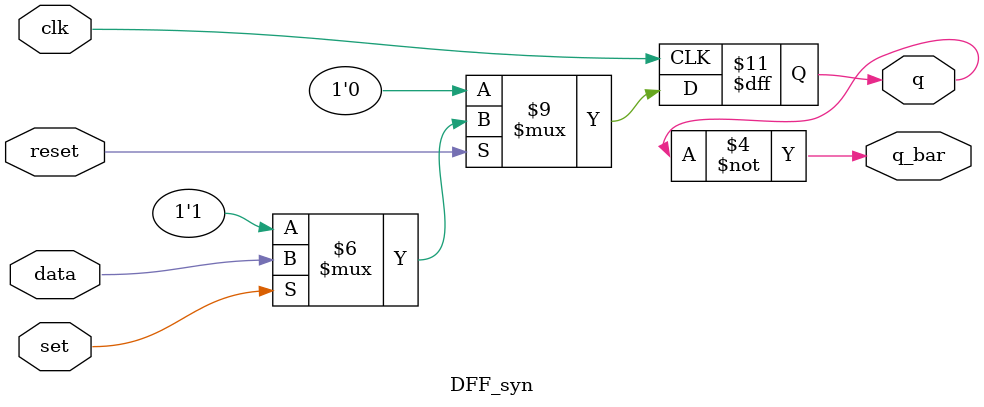
<source format=v>
module DFF_syn(input data, clk, reset, set,
		output reg q,
		output q_bar);

not (q_bar, q);

always @ (posedge clk)
begin
if (reset == 0) q <= 1'b0;
else if (set == 0) q <= 1'b1;
else q <= data;
end

endmodule
</source>
